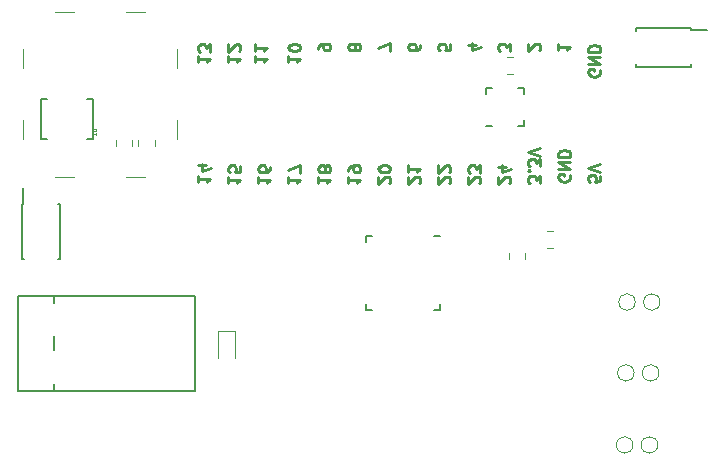
<source format=gbr>
G04 #@! TF.GenerationSoftware,KiCad,Pcbnew,5.0.2-bee76a0~70~ubuntu18.04.1*
G04 #@! TF.CreationDate,2019-11-21T20:22:08+01:00*
G04 #@! TF.ProjectId,board,626f6172-642e-46b6-9963-61645f706362,rev?*
G04 #@! TF.SameCoordinates,Original*
G04 #@! TF.FileFunction,Legend,Bot*
G04 #@! TF.FilePolarity,Positive*
%FSLAX46Y46*%
G04 Gerber Fmt 4.6, Leading zero omitted, Abs format (unit mm)*
G04 Created by KiCad (PCBNEW 5.0.2-bee76a0~70~ubuntu18.04.1) date Thu 21 Nov 2019 08:22:08 PM CET*
%MOMM*%
%LPD*%
G01*
G04 APERTURE LIST*
%ADD10C,0.250000*%
%ADD11C,0.120000*%
%ADD12C,0.150000*%
%ADD13C,0.152400*%
%ADD14C,0.050000*%
G04 APERTURE END LIST*
D10*
X142390000Y-105536904D02*
X142437619Y-105632142D01*
X142437619Y-105775000D01*
X142390000Y-105917857D01*
X142294761Y-106013095D01*
X142199523Y-106060714D01*
X142009047Y-106108333D01*
X141866190Y-106108333D01*
X141675714Y-106060714D01*
X141580476Y-106013095D01*
X141485238Y-105917857D01*
X141437619Y-105775000D01*
X141437619Y-105679761D01*
X141485238Y-105536904D01*
X141532857Y-105489285D01*
X141866190Y-105489285D01*
X141866190Y-105679761D01*
X141437619Y-105060714D02*
X142437619Y-105060714D01*
X141437619Y-104489285D01*
X142437619Y-104489285D01*
X141437619Y-104013095D02*
X142437619Y-104013095D01*
X142437619Y-103775000D01*
X142390000Y-103632142D01*
X142294761Y-103536904D01*
X142199523Y-103489285D01*
X142009047Y-103441666D01*
X141866190Y-103441666D01*
X141675714Y-103489285D01*
X141580476Y-103536904D01*
X141485238Y-103632142D01*
X141437619Y-103775000D01*
X141437619Y-104013095D01*
X142437619Y-114490476D02*
X142437619Y-114966666D01*
X141961428Y-115014285D01*
X142009047Y-114966666D01*
X142056666Y-114871428D01*
X142056666Y-114633333D01*
X142009047Y-114538095D01*
X141961428Y-114490476D01*
X141866190Y-114442857D01*
X141628095Y-114442857D01*
X141532857Y-114490476D01*
X141485238Y-114538095D01*
X141437619Y-114633333D01*
X141437619Y-114871428D01*
X141485238Y-114966666D01*
X141532857Y-115014285D01*
X142437619Y-114157142D02*
X141437619Y-113823809D01*
X142437619Y-113490476D01*
X139850000Y-114426904D02*
X139897619Y-114522142D01*
X139897619Y-114665000D01*
X139850000Y-114807857D01*
X139754761Y-114903095D01*
X139659523Y-114950714D01*
X139469047Y-114998333D01*
X139326190Y-114998333D01*
X139135714Y-114950714D01*
X139040476Y-114903095D01*
X138945238Y-114807857D01*
X138897619Y-114665000D01*
X138897619Y-114569761D01*
X138945238Y-114426904D01*
X138992857Y-114379285D01*
X139326190Y-114379285D01*
X139326190Y-114569761D01*
X138897619Y-113950714D02*
X139897619Y-113950714D01*
X138897619Y-113379285D01*
X139897619Y-113379285D01*
X138897619Y-112903095D02*
X139897619Y-112903095D01*
X139897619Y-112665000D01*
X139850000Y-112522142D01*
X139754761Y-112426904D01*
X139659523Y-112379285D01*
X139469047Y-112331666D01*
X139326190Y-112331666D01*
X139135714Y-112379285D01*
X139040476Y-112426904D01*
X138945238Y-112522142D01*
X138897619Y-112665000D01*
X138897619Y-112903095D01*
X137357619Y-115141190D02*
X137357619Y-114522142D01*
X136976666Y-114855476D01*
X136976666Y-114712619D01*
X136929047Y-114617380D01*
X136881428Y-114569761D01*
X136786190Y-114522142D01*
X136548095Y-114522142D01*
X136452857Y-114569761D01*
X136405238Y-114617380D01*
X136357619Y-114712619D01*
X136357619Y-114998333D01*
X136405238Y-115093571D01*
X136452857Y-115141190D01*
X136452857Y-114093571D02*
X136405238Y-114045952D01*
X136357619Y-114093571D01*
X136405238Y-114141190D01*
X136452857Y-114093571D01*
X136357619Y-114093571D01*
X137357619Y-113712619D02*
X137357619Y-113093571D01*
X136976666Y-113426904D01*
X136976666Y-113284047D01*
X136929047Y-113188809D01*
X136881428Y-113141190D01*
X136786190Y-113093571D01*
X136548095Y-113093571D01*
X136452857Y-113141190D01*
X136405238Y-113188809D01*
X136357619Y-113284047D01*
X136357619Y-113569761D01*
X136405238Y-113665000D01*
X136452857Y-113712619D01*
X137357619Y-112807857D02*
X136357619Y-112474523D01*
X137357619Y-112141190D01*
X134722380Y-115156904D02*
X134770000Y-115109285D01*
X134817619Y-115014047D01*
X134817619Y-114775952D01*
X134770000Y-114680714D01*
X134722380Y-114633095D01*
X134627142Y-114585476D01*
X134531904Y-114585476D01*
X134389047Y-114633095D01*
X133817619Y-115204523D01*
X133817619Y-114585476D01*
X134484285Y-113728333D02*
X133817619Y-113728333D01*
X134865238Y-113966428D02*
X134150952Y-114204523D01*
X134150952Y-113585476D01*
X132182380Y-115156904D02*
X132230000Y-115109285D01*
X132277619Y-115014047D01*
X132277619Y-114775952D01*
X132230000Y-114680714D01*
X132182380Y-114633095D01*
X132087142Y-114585476D01*
X131991904Y-114585476D01*
X131849047Y-114633095D01*
X131277619Y-115204523D01*
X131277619Y-114585476D01*
X132277619Y-114252142D02*
X132277619Y-113633095D01*
X131896666Y-113966428D01*
X131896666Y-113823571D01*
X131849047Y-113728333D01*
X131801428Y-113680714D01*
X131706190Y-113633095D01*
X131468095Y-113633095D01*
X131372857Y-113680714D01*
X131325238Y-113728333D01*
X131277619Y-113823571D01*
X131277619Y-114109285D01*
X131325238Y-114204523D01*
X131372857Y-114252142D01*
X129642380Y-115156904D02*
X129690000Y-115109285D01*
X129737619Y-115014047D01*
X129737619Y-114775952D01*
X129690000Y-114680714D01*
X129642380Y-114633095D01*
X129547142Y-114585476D01*
X129451904Y-114585476D01*
X129309047Y-114633095D01*
X128737619Y-115204523D01*
X128737619Y-114585476D01*
X129642380Y-114204523D02*
X129690000Y-114156904D01*
X129737619Y-114061666D01*
X129737619Y-113823571D01*
X129690000Y-113728333D01*
X129642380Y-113680714D01*
X129547142Y-113633095D01*
X129451904Y-113633095D01*
X129309047Y-113680714D01*
X128737619Y-114252142D01*
X128737619Y-113633095D01*
X127102380Y-115156904D02*
X127150000Y-115109285D01*
X127197619Y-115014047D01*
X127197619Y-114775952D01*
X127150000Y-114680714D01*
X127102380Y-114633095D01*
X127007142Y-114585476D01*
X126911904Y-114585476D01*
X126769047Y-114633095D01*
X126197619Y-115204523D01*
X126197619Y-114585476D01*
X126197619Y-113633095D02*
X126197619Y-114204523D01*
X126197619Y-113918809D02*
X127197619Y-113918809D01*
X127054761Y-114014047D01*
X126959523Y-114109285D01*
X126911904Y-114204523D01*
X124562380Y-115156904D02*
X124610000Y-115109285D01*
X124657619Y-115014047D01*
X124657619Y-114775952D01*
X124610000Y-114680714D01*
X124562380Y-114633095D01*
X124467142Y-114585476D01*
X124371904Y-114585476D01*
X124229047Y-114633095D01*
X123657619Y-115204523D01*
X123657619Y-114585476D01*
X124657619Y-113966428D02*
X124657619Y-113871190D01*
X124610000Y-113775952D01*
X124562380Y-113728333D01*
X124467142Y-113680714D01*
X124276666Y-113633095D01*
X124038571Y-113633095D01*
X123848095Y-113680714D01*
X123752857Y-113728333D01*
X123705238Y-113775952D01*
X123657619Y-113871190D01*
X123657619Y-113966428D01*
X123705238Y-114061666D01*
X123752857Y-114109285D01*
X123848095Y-114156904D01*
X124038571Y-114204523D01*
X124276666Y-114204523D01*
X124467142Y-114156904D01*
X124562380Y-114109285D01*
X124610000Y-114061666D01*
X124657619Y-113966428D01*
X121117619Y-114585476D02*
X121117619Y-115156904D01*
X121117619Y-114871190D02*
X122117619Y-114871190D01*
X121974761Y-114966428D01*
X121879523Y-115061666D01*
X121831904Y-115156904D01*
X121117619Y-114109285D02*
X121117619Y-113918809D01*
X121165238Y-113823571D01*
X121212857Y-113775952D01*
X121355714Y-113680714D01*
X121546190Y-113633095D01*
X121927142Y-113633095D01*
X122022380Y-113680714D01*
X122070000Y-113728333D01*
X122117619Y-113823571D01*
X122117619Y-114014047D01*
X122070000Y-114109285D01*
X122022380Y-114156904D01*
X121927142Y-114204523D01*
X121689047Y-114204523D01*
X121593809Y-114156904D01*
X121546190Y-114109285D01*
X121498571Y-114014047D01*
X121498571Y-113823571D01*
X121546190Y-113728333D01*
X121593809Y-113680714D01*
X121689047Y-113633095D01*
X118577619Y-114585476D02*
X118577619Y-115156904D01*
X118577619Y-114871190D02*
X119577619Y-114871190D01*
X119434761Y-114966428D01*
X119339523Y-115061666D01*
X119291904Y-115156904D01*
X119149047Y-114014047D02*
X119196666Y-114109285D01*
X119244285Y-114156904D01*
X119339523Y-114204523D01*
X119387142Y-114204523D01*
X119482380Y-114156904D01*
X119530000Y-114109285D01*
X119577619Y-114014047D01*
X119577619Y-113823571D01*
X119530000Y-113728333D01*
X119482380Y-113680714D01*
X119387142Y-113633095D01*
X119339523Y-113633095D01*
X119244285Y-113680714D01*
X119196666Y-113728333D01*
X119149047Y-113823571D01*
X119149047Y-114014047D01*
X119101428Y-114109285D01*
X119053809Y-114156904D01*
X118958571Y-114204523D01*
X118768095Y-114204523D01*
X118672857Y-114156904D01*
X118625238Y-114109285D01*
X118577619Y-114014047D01*
X118577619Y-113823571D01*
X118625238Y-113728333D01*
X118672857Y-113680714D01*
X118768095Y-113633095D01*
X118958571Y-113633095D01*
X119053809Y-113680714D01*
X119101428Y-113728333D01*
X119149047Y-113823571D01*
X116037619Y-114585476D02*
X116037619Y-115156904D01*
X116037619Y-114871190D02*
X117037619Y-114871190D01*
X116894761Y-114966428D01*
X116799523Y-115061666D01*
X116751904Y-115156904D01*
X117037619Y-114252142D02*
X117037619Y-113585476D01*
X116037619Y-114014047D01*
X113497619Y-114585476D02*
X113497619Y-115156904D01*
X113497619Y-114871190D02*
X114497619Y-114871190D01*
X114354761Y-114966428D01*
X114259523Y-115061666D01*
X114211904Y-115156904D01*
X114497619Y-113728333D02*
X114497619Y-113918809D01*
X114450000Y-114014047D01*
X114402380Y-114061666D01*
X114259523Y-114156904D01*
X114069047Y-114204523D01*
X113688095Y-114204523D01*
X113592857Y-114156904D01*
X113545238Y-114109285D01*
X113497619Y-114014047D01*
X113497619Y-113823571D01*
X113545238Y-113728333D01*
X113592857Y-113680714D01*
X113688095Y-113633095D01*
X113926190Y-113633095D01*
X114021428Y-113680714D01*
X114069047Y-113728333D01*
X114116666Y-113823571D01*
X114116666Y-114014047D01*
X114069047Y-114109285D01*
X114021428Y-114156904D01*
X113926190Y-114204523D01*
X110957619Y-114585476D02*
X110957619Y-115156904D01*
X110957619Y-114871190D02*
X111957619Y-114871190D01*
X111814761Y-114966428D01*
X111719523Y-115061666D01*
X111671904Y-115156904D01*
X111957619Y-113680714D02*
X111957619Y-114156904D01*
X111481428Y-114204523D01*
X111529047Y-114156904D01*
X111576666Y-114061666D01*
X111576666Y-113823571D01*
X111529047Y-113728333D01*
X111481428Y-113680714D01*
X111386190Y-113633095D01*
X111148095Y-113633095D01*
X111052857Y-113680714D01*
X111005238Y-113728333D01*
X110957619Y-113823571D01*
X110957619Y-114061666D01*
X111005238Y-114156904D01*
X111052857Y-114204523D01*
X108417619Y-114490476D02*
X108417619Y-115061904D01*
X108417619Y-114776190D02*
X109417619Y-114776190D01*
X109274761Y-114871428D01*
X109179523Y-114966666D01*
X109131904Y-115061904D01*
X109084285Y-113633333D02*
X108417619Y-113633333D01*
X109465238Y-113871428D02*
X108750952Y-114109523D01*
X108750952Y-113490476D01*
X108417619Y-104330476D02*
X108417619Y-104901904D01*
X108417619Y-104616190D02*
X109417619Y-104616190D01*
X109274761Y-104711428D01*
X109179523Y-104806666D01*
X109131904Y-104901904D01*
X109417619Y-103997142D02*
X109417619Y-103378095D01*
X109036666Y-103711428D01*
X109036666Y-103568571D01*
X108989047Y-103473333D01*
X108941428Y-103425714D01*
X108846190Y-103378095D01*
X108608095Y-103378095D01*
X108512857Y-103425714D01*
X108465238Y-103473333D01*
X108417619Y-103568571D01*
X108417619Y-103854285D01*
X108465238Y-103949523D01*
X108512857Y-103997142D01*
X110957619Y-104330476D02*
X110957619Y-104901904D01*
X110957619Y-104616190D02*
X111957619Y-104616190D01*
X111814761Y-104711428D01*
X111719523Y-104806666D01*
X111671904Y-104901904D01*
X111862380Y-103949523D02*
X111910000Y-103901904D01*
X111957619Y-103806666D01*
X111957619Y-103568571D01*
X111910000Y-103473333D01*
X111862380Y-103425714D01*
X111767142Y-103378095D01*
X111671904Y-103378095D01*
X111529047Y-103425714D01*
X110957619Y-103997142D01*
X110957619Y-103378095D01*
X113212619Y-104330476D02*
X113212619Y-104901904D01*
X113212619Y-104616190D02*
X114212619Y-104616190D01*
X114069761Y-104711428D01*
X113974523Y-104806666D01*
X113926904Y-104901904D01*
X113212619Y-103378095D02*
X113212619Y-103949523D01*
X113212619Y-103663809D02*
X114212619Y-103663809D01*
X114069761Y-103759047D01*
X113974523Y-103854285D01*
X113926904Y-103949523D01*
X116037619Y-104330476D02*
X116037619Y-104901904D01*
X116037619Y-104616190D02*
X117037619Y-104616190D01*
X116894761Y-104711428D01*
X116799523Y-104806666D01*
X116751904Y-104901904D01*
X117037619Y-103711428D02*
X117037619Y-103616190D01*
X116990000Y-103520952D01*
X116942380Y-103473333D01*
X116847142Y-103425714D01*
X116656666Y-103378095D01*
X116418571Y-103378095D01*
X116228095Y-103425714D01*
X116132857Y-103473333D01*
X116085238Y-103520952D01*
X116037619Y-103616190D01*
X116037619Y-103711428D01*
X116085238Y-103806666D01*
X116132857Y-103854285D01*
X116228095Y-103901904D01*
X116418571Y-103949523D01*
X116656666Y-103949523D01*
X116847142Y-103901904D01*
X116942380Y-103854285D01*
X116990000Y-103806666D01*
X117037619Y-103711428D01*
X118577619Y-103790476D02*
X118577619Y-103600000D01*
X118625238Y-103504761D01*
X118672857Y-103457142D01*
X118815714Y-103361904D01*
X119006190Y-103314285D01*
X119387142Y-103314285D01*
X119482380Y-103361904D01*
X119530000Y-103409523D01*
X119577619Y-103504761D01*
X119577619Y-103695238D01*
X119530000Y-103790476D01*
X119482380Y-103838095D01*
X119387142Y-103885714D01*
X119149047Y-103885714D01*
X119053809Y-103838095D01*
X119006190Y-103790476D01*
X118958571Y-103695238D01*
X118958571Y-103504761D01*
X119006190Y-103409523D01*
X119053809Y-103361904D01*
X119149047Y-103314285D01*
X121689047Y-103695238D02*
X121736666Y-103790476D01*
X121784285Y-103838095D01*
X121879523Y-103885714D01*
X121927142Y-103885714D01*
X122022380Y-103838095D01*
X122070000Y-103790476D01*
X122117619Y-103695238D01*
X122117619Y-103504761D01*
X122070000Y-103409523D01*
X122022380Y-103361904D01*
X121927142Y-103314285D01*
X121879523Y-103314285D01*
X121784285Y-103361904D01*
X121736666Y-103409523D01*
X121689047Y-103504761D01*
X121689047Y-103695238D01*
X121641428Y-103790476D01*
X121593809Y-103838095D01*
X121498571Y-103885714D01*
X121308095Y-103885714D01*
X121212857Y-103838095D01*
X121165238Y-103790476D01*
X121117619Y-103695238D01*
X121117619Y-103504761D01*
X121165238Y-103409523D01*
X121212857Y-103361904D01*
X121308095Y-103314285D01*
X121498571Y-103314285D01*
X121593809Y-103361904D01*
X121641428Y-103409523D01*
X121689047Y-103504761D01*
X124657619Y-103933333D02*
X124657619Y-103266666D01*
X123657619Y-103695238D01*
X127197619Y-103409523D02*
X127197619Y-103600000D01*
X127150000Y-103695238D01*
X127102380Y-103742857D01*
X126959523Y-103838095D01*
X126769047Y-103885714D01*
X126388095Y-103885714D01*
X126292857Y-103838095D01*
X126245238Y-103790476D01*
X126197619Y-103695238D01*
X126197619Y-103504761D01*
X126245238Y-103409523D01*
X126292857Y-103361904D01*
X126388095Y-103314285D01*
X126626190Y-103314285D01*
X126721428Y-103361904D01*
X126769047Y-103409523D01*
X126816666Y-103504761D01*
X126816666Y-103695238D01*
X126769047Y-103790476D01*
X126721428Y-103838095D01*
X126626190Y-103885714D01*
X129737619Y-103361904D02*
X129737619Y-103838095D01*
X129261428Y-103885714D01*
X129309047Y-103838095D01*
X129356666Y-103742857D01*
X129356666Y-103504761D01*
X129309047Y-103409523D01*
X129261428Y-103361904D01*
X129166190Y-103314285D01*
X128928095Y-103314285D01*
X128832857Y-103361904D01*
X128785238Y-103409523D01*
X128737619Y-103504761D01*
X128737619Y-103742857D01*
X128785238Y-103838095D01*
X128832857Y-103885714D01*
X131944285Y-103409523D02*
X131277619Y-103409523D01*
X132325238Y-103647619D02*
X131610952Y-103885714D01*
X131610952Y-103266666D01*
X134817619Y-103933333D02*
X134817619Y-103314285D01*
X134436666Y-103647619D01*
X134436666Y-103504761D01*
X134389047Y-103409523D01*
X134341428Y-103361904D01*
X134246190Y-103314285D01*
X134008095Y-103314285D01*
X133912857Y-103361904D01*
X133865238Y-103409523D01*
X133817619Y-103504761D01*
X133817619Y-103790476D01*
X133865238Y-103885714D01*
X133912857Y-103933333D01*
X137262380Y-103885714D02*
X137310000Y-103838095D01*
X137357619Y-103742857D01*
X137357619Y-103504761D01*
X137310000Y-103409523D01*
X137262380Y-103361904D01*
X137167142Y-103314285D01*
X137071904Y-103314285D01*
X136929047Y-103361904D01*
X136357619Y-103933333D01*
X136357619Y-103314285D01*
X138897619Y-103314285D02*
X138897619Y-103885714D01*
X138897619Y-103600000D02*
X139897619Y-103600000D01*
X139754761Y-103695238D01*
X139659523Y-103790476D01*
X139611904Y-103885714D01*
D11*
G04 #@! TO.C,C35*
X103303000Y-112018578D02*
X103303000Y-111501422D01*
X104723000Y-112018578D02*
X104723000Y-111501422D01*
G04 #@! TO.C,C34*
X101398000Y-112018578D02*
X101398000Y-111501422D01*
X102818000Y-112018578D02*
X102818000Y-111501422D01*
G04 #@! TO.C,C33*
X134672000Y-121543578D02*
X134672000Y-121026422D01*
X136092000Y-121543578D02*
X136092000Y-121026422D01*
D12*
G04 #@! TO.C,DRV8323H1*
X122564000Y-119571000D02*
X123089000Y-119571000D01*
X122564000Y-125871000D02*
X123089000Y-125871000D01*
X128864000Y-125871000D02*
X128339000Y-125871000D01*
X128864000Y-119571000D02*
X128339000Y-119571000D01*
X122564000Y-125871000D02*
X122564000Y-125346000D01*
X128864000Y-125871000D02*
X128864000Y-125346000D01*
X122564000Y-119571000D02*
X122564000Y-120096000D01*
D11*
G04 #@! TO.C,C31*
X137917422Y-119178000D02*
X138434578Y-119178000D01*
X137917422Y-120598000D02*
X138434578Y-120598000D01*
D12*
G04 #@! TO.C,U2*
X150121200Y-102033800D02*
X150121200Y-102133800D01*
X145471200Y-102033800D02*
X145471200Y-102233800D01*
X145471200Y-105283800D02*
X145471200Y-105083800D01*
X150121200Y-105283800D02*
X150121200Y-105083800D01*
X150121200Y-102033800D02*
X145471200Y-102033800D01*
X150121200Y-105283800D02*
X145471200Y-105283800D01*
X150121200Y-102133800D02*
X151471200Y-102133800D01*
D13*
G04 #@! TO.C,U1*
X99009200Y-108051600D02*
X99466400Y-108051600D01*
X95554800Y-111404400D02*
X95097600Y-111404400D01*
X95097600Y-111404400D02*
X95097600Y-108051600D01*
X95097600Y-108051600D02*
X95554800Y-108051600D01*
X99466400Y-108051600D02*
X99466400Y-111404400D01*
X99466400Y-111404400D02*
X99009200Y-111404400D01*
D11*
G04 #@! TO.C,C12*
X134541422Y-105910000D02*
X135058578Y-105910000D01*
X134541422Y-104490000D02*
X135058578Y-104490000D01*
D12*
G04 #@! TO.C,MAX176321*
X136000001Y-110299999D02*
X136000001Y-109799999D01*
X132750001Y-107049999D02*
X132750001Y-107549999D01*
X136000001Y-107049999D02*
X136000001Y-107549999D01*
X132750001Y-110299999D02*
X133250001Y-110299999D01*
X132750001Y-107049999D02*
X133250001Y-107049999D01*
X136000001Y-107049999D02*
X135500001Y-107049999D01*
X136000001Y-110299999D02*
X135500001Y-110299999D01*
D11*
G04 #@! TO.C,D2*
X111535000Y-127615000D02*
X111535000Y-129900000D01*
X110065000Y-127615000D02*
X111535000Y-127615000D01*
X110065000Y-129900000D02*
X110065000Y-127615000D01*
D12*
G04 #@! TO.C,J8*
X108150000Y-132700000D02*
X93150000Y-132700000D01*
X108150000Y-124700000D02*
X108150000Y-132700000D01*
X93150000Y-124700000D02*
X108150000Y-124700000D01*
X93150000Y-132700000D02*
X93150000Y-124700000D01*
X96150000Y-124700000D02*
X96150000Y-125300000D01*
X96150000Y-128100000D02*
X96150000Y-129300000D01*
X96150000Y-132700000D02*
X96150000Y-132100000D01*
D11*
G04 #@! TO.C,TP1*
X145400000Y-125200000D02*
G75*
G03X145400000Y-125200000I-700000J0D01*
G01*
G04 #@! TO.C,TP2*
X147500000Y-125200000D02*
G75*
G03X147500000Y-125200000I-700000J0D01*
G01*
G04 #@! TO.C,TP3*
X145300000Y-131200000D02*
G75*
G03X145300000Y-131200000I-700000J0D01*
G01*
G04 #@! TO.C,TP4*
X147400000Y-131200000D02*
G75*
G03X147400000Y-131200000I-700000J0D01*
G01*
G04 #@! TO.C,TP5*
X145200000Y-137300000D02*
G75*
G03X145200000Y-137300000I-700000J0D01*
G01*
G04 #@! TO.C,TP6*
X147300000Y-137300000D02*
G75*
G03X147300000Y-137300000I-700000J0D01*
G01*
G04 #@! TO.C,J10*
X96300000Y-114580000D02*
X97900000Y-114580000D01*
X96300000Y-100620000D02*
X97900000Y-100620000D01*
X102300000Y-114580000D02*
X103900000Y-114580000D01*
X102300000Y-100620000D02*
X103900000Y-100620000D01*
X93600000Y-111400000D02*
X93600000Y-109800000D01*
X106600000Y-111400000D02*
X106600000Y-109800000D01*
X93600000Y-105400000D02*
X93600000Y-103800000D01*
X106600000Y-105400000D02*
X106600000Y-103800000D01*
D12*
G04 #@! TO.C,U5*
X93575000Y-116875000D02*
X93575000Y-115525000D01*
X96725000Y-116875000D02*
X96725000Y-121525000D01*
X93475000Y-116875000D02*
X93475000Y-121525000D01*
X96725000Y-116875000D02*
X96525000Y-116875000D01*
X96725000Y-121525000D02*
X96525000Y-121525000D01*
X93475000Y-121525000D02*
X93675000Y-121525000D01*
X93475000Y-116875000D02*
X93575000Y-116875000D01*
G04 #@! TO.C,U1*
D14*
X99411921Y-110542229D02*
X99666889Y-110542229D01*
X99696886Y-110557227D01*
X99711884Y-110572226D01*
X99726882Y-110602222D01*
X99726882Y-110662214D01*
X99711884Y-110692211D01*
X99696886Y-110707209D01*
X99666889Y-110722207D01*
X99411921Y-110722207D01*
X99726882Y-111037168D02*
X99726882Y-110857190D01*
X99726882Y-110947179D02*
X99411921Y-110947179D01*
X99456915Y-110917183D01*
X99486912Y-110887187D01*
X99501910Y-110857190D01*
G04 #@! TD*
M02*

</source>
